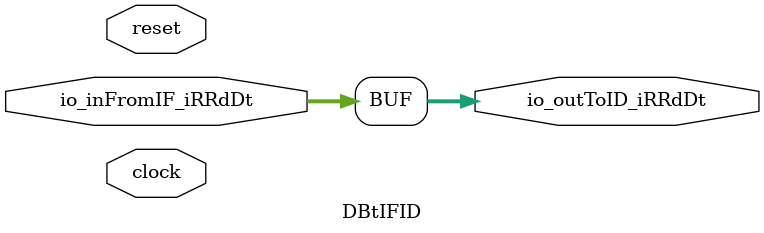
<source format=v>
module DBtIFID(
  input         clock,
  input         reset,
  input  [31:0] io_inFromIF_iRRdDt,
  output [31:0] io_outToID_iRRdDt
);
  assign io_outToID_iRRdDt = io_inFromIF_iRRdDt; // @[DBtIFID.scala 18:23]
endmodule

</source>
